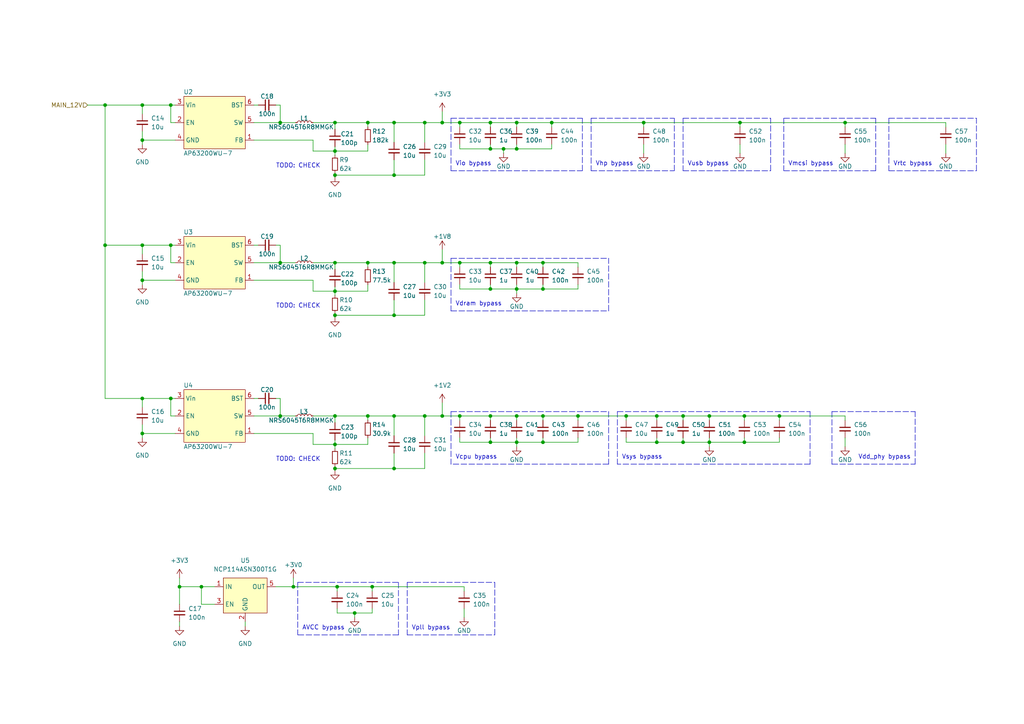
<source format=kicad_sch>
(kicad_sch (version 20211123) (generator eeschema)
  (paper "A4")
  (lib_symbols
    (symbol "Device:C_Small" (pin_numbers hide) (pin_names (offset 0.254) hide)
      (property "Reference" "C" (at 0.254 1.778 0))
      (property "Value" "C_Small" (at 0.254 -2.032 0))
      (symbol "C_Small_0_1"
        (polyline (pts (xy -1.524 -0.508) (xy 1.524 -0.508)) (stroke (width 0.3302)))
        (polyline (pts (xy -1.524 0.508) (xy 1.524 0.508)) (stroke (width 0.3048)))
      )
      (symbol "C_Small_1_1"
        (pin passive line (at 0 2.54 270) (length 2.032) (name "~") (number "1"))
        (pin passive line (at 0 -2.54 90) (length 2.032) (name "~") (number "2"))
      )
    )
    (symbol "Device:L_Small" (pin_numbers hide) (pin_names (offset 0.254) hide)
      (property "Reference" "L" (at 0.762 1.016 0))
      (property "Value" "L_Small" (at 0.762 -1.016 0))
      (symbol "L_Small_0_1"
        (arc (start 0 -2.032) (mid 0.508 -1.524) (end 0 -1.016))
        (arc (start 0 -1.016) (mid 0.508 -0.508) (end 0 0))
        (arc (start 0 0) (mid 0.508 0.508) (end 0 1.016))
        (arc (start 0 1.016) (mid 0.508 1.524) (end 0 2.032))
      )
      (symbol "L_Small_1_1"
        (pin passive line (at 0 2.54 270) (length 0.508) (name "~") (number "1"))
        (pin passive line (at 0 -2.54 90) (length 0.508) (name "~") (number "2"))
      )
    )
    (symbol "Device:R_Small" (pin_numbers hide) (pin_names (offset 0.254) hide)
      (property "Reference" "R" (at 0.762 0.508 0))
      (property "Value" "R_Small" (at 0.762 -1.016 0))
      (symbol "R_Small_0_1"
        (rectangle (start -0.762 1.778) (end 0.762 -1.778) (stroke (width 0.2032)))
      )
      (symbol "R_Small_1_1"
        (pin passive line (at 0 2.54 270) (length 0.762) (name "~") (number "1"))
        (pin passive line (at 0 -2.54 90) (length 0.762) (name "~") (number "2"))
      )
    )
    (symbol "power:+1V2" (power) (pin_names (offset 0))
      (property "Value" "+1V2" (at 0 3.556 0))
      (symbol "+1V2_0_1"
        (polyline (pts (xy -0.762 1.27) (xy 0 2.54)))
        (polyline (pts (xy 0 0) (xy 0 2.54)))
        (polyline (pts (xy 0 2.54) (xy 0.762 1.27)))
      )
      (symbol "+1V2_1_1"
        (pin power_in line (at 0 0 90) (length 0) hide (name "+1V2") (number "1"))
      )
    )
    (symbol "power:+1V8" (power) (pin_names (offset 0))
      (property "Value" "+1V8" (at 0 3.556 0))
      (symbol "+1V8_0_1"
        (polyline (pts (xy -0.762 1.27) (xy 0 2.54)))
        (polyline (pts (xy 0 0) (xy 0 2.54)))
        (polyline (pts (xy 0 2.54) (xy 0.762 1.27)))
      )
      (symbol "+1V8_1_1"
        (pin power_in line (at 0 0 90) (length 0) hide (name "+1V8") (number "1"))
      )
    )
    (symbol "power:+3V0" (power) (pin_names (offset 0))
      (property "Value" "+3V0" (at 0 3.556 0))
      (symbol "+3V0_0_1"
        (polyline (pts (xy -0.762 1.27) (xy 0 2.54)))
        (polyline (pts (xy 0 0) (xy 0 2.54)))
        (polyline (pts (xy 0 2.54) (xy 0.762 1.27)))
      )
      (symbol "+3V0_1_1"
        (pin power_in line (at 0 0 90) (length 0) hide (name "+3V0") (number "1"))
      )
    )
    (symbol "power:+3V3" (power) (pin_names (offset 0))
      (property "Value" "+3V3" (at 0 3.556 0))
      (symbol "+3V3_0_1"
        (polyline (pts (xy -0.762 1.27) (xy 0 2.54)))
        (polyline (pts (xy 0 0) (xy 0 2.54)))
        (polyline (pts (xy 0 2.54) (xy 0.762 1.27)))
      )
      (symbol "+3V3_1_1"
        (pin power_in line (at 0 0 90) (length 0) hide (name "+3V3") (number "1"))
      )
    )
    (symbol "power:GND" (power) (pin_names (offset 0))
      (property "Value" "GND" (at 0 -3.81 0))
      (symbol "GND_0_1"
        (polyline (pts (xy 0 0) (xy 0 -1.27) (xy 1.27 -1.27) (xy 0 -2.54) (xy -1.27 -1.27) (xy 0 -1.27)))
      )
      (symbol "GND_1_1"
        (pin power_in line (at 0 0 270) (length 0) hide (name "GND") (number "1"))
      )
    )
    (symbol "v3s:AP63200WU-7"
      (property "Reference" "U" (at 1.27 3.81 0))
      (property "Value" "AP63200WU-7" (at 7.62 -13.97 0))
      (symbol "AP63200WU-7_0_1"
        (rectangle (start 0 2.54) (end 17.78 -12.7) (fill (type background)))
      )
      (symbol "AP63200WU-7_1_1"
        (pin input line (at 20.32 -10.16 180) (length 2.54) (name "FB") (number "1"))
        (pin input line (at -2.54 -5.08 0) (length 2.54) (name "EN") (number "2"))
        (pin input line (at -2.54 0 0) (length 2.54) (name "Vin") (number "3"))
        (pin input line (at -2.54 -10.16 0) (length 2.54) (name "GND") (number "4"))
        (pin input line (at 20.32 -5.08 180) (length 2.54) (name "SW") (number "5"))
        (pin input line (at 20.32 0 180) (length 2.54) (name "BST") (number "6"))
      )
    )
    (symbol "v3s:NCP114ASN300T1G"
      (property "Reference" "U" (at 1.27 3.81 0))
      (property "Value" "NCP114ASN300T1G" (at 12.7 3.81 0))
      (symbol "NCP114ASN300T1G_0_1"
        (rectangle (start 0 2.54) (end 12.7 -7.62) (fill (type background)))
      )
      (symbol "NCP114ASN300T1G_1_1"
        (pin input line (at -2.54 0 0) (length 2.54) (name "IN") (number "1"))
        (pin input line (at 6.35 -10.16 90) (length 2.54) (name "GND") (number "2"))
        (pin input line (at -2.54 -5.08 0) (length 2.54) (name "EN") (number "3"))
        (pin input line (at 15.24 0 180) (length 2.54) (name "OUT") (number "5"))
      )
    )
  )
  (junction (at 123.19 35.56))
  (junction (at 114.3 91.44))
  (junction (at 97.155 135.89))
  (junction (at 102.87 177.8))
  (junction (at 52.07 170.18))
  (junction (at 205.74 128.27))
  (junction (at 146.05 43.18))
  (junction (at 128.27 35.56))
  (junction (at 190.5 128.27))
  (junction (at 123.19 76.2))
  (junction (at 142.24 120.65))
  (junction (at 58.42 170.18))
  (junction (at 97.155 84.455))
  (junction (at 106.68 120.65))
  (junction (at 149.86 76.2))
  (junction (at 81.28 35.56))
  (junction (at 149.86 120.65))
  (junction (at 114.3 76.2))
  (junction (at 30.48 30.48))
  (junction (at 133.35 120.65))
  (junction (at 123.19 120.65))
  (junction (at 41.275 115.57))
  (junction (at 215.9 120.65))
  (junction (at 149.86 43.18))
  (junction (at 114.3 120.65))
  (junction (at 41.275 71.12))
  (junction (at 226.06 120.65))
  (junction (at 49.53 71.12))
  (junction (at 41.275 40.64))
  (junction (at 41.275 81.28))
  (junction (at 149.86 35.56))
  (junction (at 142.24 128.27))
  (junction (at 245.11 35.56))
  (junction (at 106.68 76.2))
  (junction (at 97.155 120.65))
  (junction (at 81.28 76.2))
  (junction (at 97.79 170.18))
  (junction (at 114.3 35.56))
  (junction (at 190.5 120.65))
  (junction (at 107.95 170.18))
  (junction (at 41.275 125.73))
  (junction (at 81.28 120.65))
  (junction (at 205.74 120.65))
  (junction (at 41.275 30.48))
  (junction (at 49.53 115.57))
  (junction (at 149.86 128.27))
  (junction (at 128.27 76.2))
  (junction (at 198.12 128.27))
  (junction (at 97.155 43.815))
  (junction (at 30.48 71.12))
  (junction (at 133.35 76.2))
  (junction (at 181.61 120.65))
  (junction (at 128.27 120.65))
  (junction (at 186.69 35.56))
  (junction (at 114.3 50.8))
  (junction (at 142.24 83.82))
  (junction (at 142.24 43.18))
  (junction (at 142.24 76.2))
  (junction (at 97.155 91.44))
  (junction (at 97.155 76.2))
  (junction (at 167.64 120.65))
  (junction (at 114.3 135.89))
  (junction (at 85.09 170.18))
  (junction (at 160.02 35.56))
  (junction (at 97.155 128.905))
  (junction (at 106.68 35.56))
  (junction (at 157.48 120.65))
  (junction (at 97.155 50.8))
  (junction (at 142.24 35.56))
  (junction (at 198.12 120.65))
  (junction (at 133.35 35.56))
  (junction (at 49.53 30.48))
  (junction (at 157.48 83.82))
  (junction (at 157.48 128.27))
  (junction (at 215.9 128.27))
  (junction (at 97.155 35.56))
  (junction (at 214.63 35.56))
  (junction (at 157.48 76.2))
  (junction (at 149.86 83.82))
  (wire (pts (xy 41.275 30.48) (xy 49.53 30.48)))
  (wire (pts (xy 90.805 35.56) (xy 97.155 35.56)))
  (polyline (pts (xy 198.12 34.29) (xy 198.12 49.53)))
  (wire (pts (xy 49.53 115.57) (xy 49.53 120.65)))
  (wire (pts (xy 81.28 115.57) (xy 81.28 120.65)))
  (wire (pts (xy 90.805 43.815) (xy 97.155 43.815)))
  (wire (pts (xy 50.8 35.56) (xy 49.53 35.56)))
  (polyline (pts (xy 254 49.53) (xy 254 34.29)))
  (wire (pts (xy 73.66 81.28) (xy 90.805 81.28)))
  (wire (pts (xy 128.27 32.385) (xy 128.27 35.56)))
  (wire (pts (xy 123.19 50.8) (xy 123.19 46.355)))
  (wire (pts (xy 167.64 120.65) (xy 181.61 120.65)))
  (wire (pts (xy 142.24 35.56) (xy 142.24 36.83)))
  (polyline (pts (xy 227.33 49.53) (xy 254 49.53)))
  (polyline (pts (xy 241.3 119.38) (xy 265.43 119.38)))
  (wire (pts (xy 133.35 76.2) (xy 133.35 77.47)))
  (wire (pts (xy 149.86 83.82) (xy 157.48 83.82)))
  (wire (pts (xy 52.07 170.18) (xy 58.42 170.18)))
  (wire (pts (xy 73.66 115.57) (xy 74.93 115.57)))
  (wire (pts (xy 149.86 35.56) (xy 160.02 35.56)))
  (polyline (pts (xy 176.53 119.38) (xy 176.53 134.62)))
  (wire (pts (xy 133.35 35.56) (xy 142.24 35.56)))
  (wire (pts (xy 114.3 76.2) (xy 123.19 76.2)))
  (wire (pts (xy 90.805 84.455) (xy 97.155 84.455)))
  (wire (pts (xy 41.275 30.48) (xy 41.275 33.02)))
  (wire (pts (xy 149.86 76.2) (xy 149.86 77.47)))
  (wire (pts (xy 134.62 170.18) (xy 134.62 171.45)))
  (polyline (pts (xy 241.3 134.62) (xy 265.43 134.62)))
  (wire (pts (xy 97.79 177.8) (xy 102.87 177.8)))
  (wire (pts (xy 41.275 71.12) (xy 49.53 71.12)))
  (polyline (pts (xy 234.95 134.62) (xy 179.07 134.62)))
  (wire (pts (xy 157.48 120.65) (xy 157.48 121.92)))
  (wire (pts (xy 245.11 41.91) (xy 245.11 44.45)))
  (wire (pts (xy 41.275 78.74) (xy 41.275 81.28)))
  (wire (pts (xy 114.3 76.2) (xy 114.3 81.915)))
  (wire (pts (xy 50.8 120.65) (xy 49.53 120.65)))
  (wire (pts (xy 149.86 128.27) (xy 157.48 128.27)))
  (wire (pts (xy 205.74 127) (xy 205.74 128.27)))
  (wire (pts (xy 198.12 127) (xy 198.12 128.27)))
  (wire (pts (xy 142.24 127) (xy 142.24 128.27)))
  (wire (pts (xy 245.11 120.65) (xy 245.11 121.92)))
  (wire (pts (xy 30.48 115.57) (xy 41.275 115.57)))
  (wire (pts (xy 123.19 35.56) (xy 123.19 41.275)))
  (polyline (pts (xy 130.81 119.38) (xy 130.81 134.62)))
  (wire (pts (xy 97.155 128.905) (xy 97.155 130.175)))
  (wire (pts (xy 52.07 180.34) (xy 52.07 181.61)))
  (wire (pts (xy 25.4 30.48) (xy 30.48 30.48)))
  (wire (pts (xy 41.275 115.57) (xy 49.53 115.57)))
  (wire (pts (xy 142.24 76.2) (xy 149.86 76.2)))
  (wire (pts (xy 190.5 120.65) (xy 190.5 121.92)))
  (wire (pts (xy 142.24 120.65) (xy 149.86 120.65)))
  (wire (pts (xy 198.12 120.65) (xy 205.74 120.65)))
  (wire (pts (xy 167.64 128.27) (xy 167.64 127)))
  (wire (pts (xy 30.48 30.48) (xy 30.48 71.12)))
  (polyline (pts (xy 86.36 168.91) (xy 115.57 168.91)))
  (polyline (pts (xy 115.57 184.15) (xy 86.36 184.15)))
  (wire (pts (xy 73.66 35.56) (xy 81.28 35.56)))
  (wire (pts (xy 149.86 127) (xy 149.86 128.27)))
  (wire (pts (xy 167.64 120.65) (xy 167.64 121.92)))
  (polyline (pts (xy 171.45 34.29) (xy 171.45 49.53)))
  (wire (pts (xy 142.24 82.55) (xy 142.24 83.82)))
  (wire (pts (xy 133.35 128.27) (xy 142.24 128.27)))
  (wire (pts (xy 49.53 71.12) (xy 49.53 76.2)))
  (wire (pts (xy 52.07 167.64) (xy 52.07 170.18)))
  (polyline (pts (xy 118.11 168.91) (xy 143.51 168.91)))
  (wire (pts (xy 133.35 83.82) (xy 142.24 83.82)))
  (wire (pts (xy 205.74 120.65) (xy 205.74 121.92)))
  (wire (pts (xy 62.23 175.26) (xy 58.42 175.26)))
  (wire (pts (xy 97.155 120.65) (xy 97.155 122.555)))
  (wire (pts (xy 157.48 82.55) (xy 157.48 83.82)))
  (wire (pts (xy 133.35 82.55) (xy 133.35 83.82)))
  (polyline (pts (xy 179.07 119.38) (xy 234.95 119.38)))
  (wire (pts (xy 73.66 30.48) (xy 74.93 30.48)))
  (polyline (pts (xy 86.36 168.91) (xy 86.36 184.15)))
  (wire (pts (xy 114.3 135.89) (xy 114.3 131.445)))
  (wire (pts (xy 157.48 83.82) (xy 167.64 83.82)))
  (polyline (pts (xy 130.81 74.93) (xy 176.53 74.93)))
  (wire (pts (xy 97.155 76.2) (xy 106.68 76.2)))
  (wire (pts (xy 215.9 127) (xy 215.9 128.27)))
  (wire (pts (xy 97.155 83.185) (xy 97.155 84.455)))
  (wire (pts (xy 97.155 127.635) (xy 97.155 128.905)))
  (wire (pts (xy 90.805 81.28) (xy 90.805 84.455)))
  (wire (pts (xy 226.06 120.65) (xy 226.06 121.92)))
  (wire (pts (xy 97.155 43.815) (xy 106.68 43.815)))
  (wire (pts (xy 80.01 170.18) (xy 85.09 170.18)))
  (wire (pts (xy 81.28 76.2) (xy 85.725 76.2)))
  (wire (pts (xy 128.27 72.39) (xy 128.27 76.2)))
  (wire (pts (xy 41.275 81.28) (xy 50.8 81.28)))
  (wire (pts (xy 80.01 115.57) (xy 81.28 115.57)))
  (wire (pts (xy 97.155 84.455) (xy 97.155 85.725)))
  (wire (pts (xy 97.155 43.815) (xy 97.155 45.085)))
  (wire (pts (xy 214.63 35.56) (xy 245.11 35.56)))
  (wire (pts (xy 123.19 76.2) (xy 128.27 76.2)))
  (wire (pts (xy 128.27 35.56) (xy 133.35 35.56)))
  (wire (pts (xy 123.19 91.44) (xy 123.19 86.995)))
  (wire (pts (xy 41.275 125.73) (xy 50.8 125.73)))
  (wire (pts (xy 245.11 35.56) (xy 274.32 35.56)))
  (wire (pts (xy 106.68 84.455) (xy 106.68 82.55)))
  (wire (pts (xy 106.68 128.905) (xy 106.68 127)))
  (wire (pts (xy 41.275 38.1) (xy 41.275 40.64)))
  (wire (pts (xy 58.42 170.18) (xy 58.42 175.26)))
  (wire (pts (xy 123.19 135.89) (xy 123.19 131.445)))
  (wire (pts (xy 106.68 76.2) (xy 114.3 76.2)))
  (wire (pts (xy 167.64 76.2) (xy 167.64 77.47)))
  (wire (pts (xy 97.79 176.53) (xy 97.79 177.8)))
  (wire (pts (xy 90.805 76.2) (xy 97.155 76.2)))
  (wire (pts (xy 245.11 127) (xy 245.11 129.54)))
  (wire (pts (xy 106.68 120.65) (xy 106.68 121.92)))
  (wire (pts (xy 214.63 35.56) (xy 214.63 36.83)))
  (wire (pts (xy 80.01 71.12) (xy 81.28 71.12)))
  (wire (pts (xy 102.87 177.8) (xy 107.95 177.8)))
  (wire (pts (xy 41.275 40.64) (xy 50.8 40.64)))
  (polyline (pts (xy 257.81 49.53) (xy 283.21 49.53)))
  (wire (pts (xy 157.48 127) (xy 157.48 128.27)))
  (wire (pts (xy 114.3 50.8) (xy 123.19 50.8)))
  (wire (pts (xy 123.19 120.65) (xy 128.27 120.65)))
  (wire (pts (xy 41.275 125.73) (xy 41.275 127)))
  (polyline (pts (xy 195.58 49.53) (xy 195.58 34.29)))
  (wire (pts (xy 73.66 125.73) (xy 90.805 125.73)))
  (wire (pts (xy 274.32 41.91) (xy 274.32 44.45)))
  (wire (pts (xy 97.155 135.89) (xy 97.155 136.525)))
  (wire (pts (xy 134.62 176.53) (xy 134.62 179.07)))
  (wire (pts (xy 81.28 120.65) (xy 85.725 120.65)))
  (wire (pts (xy 71.12 180.34) (xy 71.12 181.61)))
  (wire (pts (xy 114.3 35.56) (xy 114.3 41.275)))
  (wire (pts (xy 186.69 35.56) (xy 214.63 35.56)))
  (wire (pts (xy 205.74 120.65) (xy 215.9 120.65)))
  (wire (pts (xy 149.86 120.65) (xy 149.86 121.92)))
  (wire (pts (xy 198.12 120.65) (xy 198.12 121.92)))
  (wire (pts (xy 128.27 76.2) (xy 133.35 76.2)))
  (wire (pts (xy 97.155 120.65) (xy 106.68 120.65)))
  (wire (pts (xy 49.53 30.48) (xy 50.8 30.48)))
  (wire (pts (xy 106.68 35.56) (xy 106.68 36.83)))
  (wire (pts (xy 114.3 35.56) (xy 123.19 35.56)))
  (wire (pts (xy 97.155 35.56) (xy 106.68 35.56)))
  (wire (pts (xy 41.275 81.28) (xy 41.275 82.55)))
  (wire (pts (xy 123.19 120.65) (xy 123.19 126.365)))
  (polyline (pts (xy 283.21 49.53) (xy 283.21 34.29)))
  (wire (pts (xy 215.9 120.65) (xy 226.06 120.65)))
  (polyline (pts (xy 241.3 119.38) (xy 241.3 134.62)))
  (wire (pts (xy 133.35 35.56) (xy 133.35 36.83)))
  (wire (pts (xy 107.95 177.8) (xy 107.95 176.53)))
  (polyline (pts (xy 130.81 34.29) (xy 130.81 49.53)))
  (polyline (pts (xy 257.81 34.29) (xy 283.21 34.29)))
  (wire (pts (xy 81.28 35.56) (xy 85.725 35.56)))
  (polyline (pts (xy 171.45 49.53) (xy 195.58 49.53)))
  (wire (pts (xy 114.3 120.65) (xy 123.19 120.65)))
  (wire (pts (xy 85.09 167.64) (xy 85.09 170.18)))
  (wire (pts (xy 90.805 125.73) (xy 90.805 128.905)))
  (wire (pts (xy 167.64 82.55) (xy 167.64 83.82)))
  (wire (pts (xy 97.155 76.2) (xy 97.155 78.105)))
  (polyline (pts (xy 130.81 49.53) (xy 168.91 49.53)))
  (wire (pts (xy 81.28 30.48) (xy 81.28 35.56)))
  (wire (pts (xy 160.02 43.18) (xy 160.02 41.91)))
  (wire (pts (xy 133.35 76.2) (xy 142.24 76.2)))
  (wire (pts (xy 142.24 128.27) (xy 149.86 128.27)))
  (wire (pts (xy 190.5 127) (xy 190.5 128.27)))
  (wire (pts (xy 142.24 35.56) (xy 149.86 35.56)))
  (wire (pts (xy 142.24 83.82) (xy 149.86 83.82)))
  (wire (pts (xy 160.02 35.56) (xy 160.02 36.83)))
  (wire (pts (xy 157.48 76.2) (xy 157.48 77.47)))
  (wire (pts (xy 133.35 127) (xy 133.35 128.27)))
  (wire (pts (xy 49.53 115.57) (xy 50.8 115.57)))
  (wire (pts (xy 73.66 120.65) (xy 81.28 120.65)))
  (wire (pts (xy 97.155 90.805) (xy 97.155 91.44)))
  (polyline (pts (xy 130.81 74.93) (xy 130.81 90.17)))
  (polyline (pts (xy 257.81 34.29) (xy 257.81 49.53)))
  (wire (pts (xy 107.95 170.18) (xy 134.62 170.18)))
  (wire (pts (xy 41.275 123.19) (xy 41.275 125.73)))
  (wire (pts (xy 97.155 135.89) (xy 114.3 135.89)))
  (polyline (pts (xy 143.51 184.15) (xy 143.51 168.91)))
  (polyline (pts (xy 118.11 184.15) (xy 143.51 184.15)))
  (wire (pts (xy 97.155 50.8) (xy 114.3 50.8)))
  (wire (pts (xy 186.69 41.91) (xy 186.69 44.45)))
  (wire (pts (xy 205.74 128.27) (xy 215.9 128.27)))
  (wire (pts (xy 142.24 43.18) (xy 146.05 43.18)))
  (wire (pts (xy 41.275 71.12) (xy 41.275 73.66)))
  (wire (pts (xy 97.155 128.905) (xy 106.68 128.905)))
  (wire (pts (xy 274.32 36.83) (xy 274.32 35.56)))
  (polyline (pts (xy 171.45 34.29) (xy 195.58 34.29)))
  (wire (pts (xy 149.86 41.91) (xy 149.86 43.18)))
  (wire (pts (xy 97.79 170.18) (xy 97.79 171.45)))
  (polyline (pts (xy 176.53 134.62) (xy 130.81 134.62)))
  (wire (pts (xy 41.275 115.57) (xy 41.275 118.11)))
  (wire (pts (xy 102.87 177.8) (xy 102.87 179.07)))
  (wire (pts (xy 205.74 128.27) (xy 205.74 129.54)))
  (polyline (pts (xy 130.81 119.38) (xy 176.53 119.38)))
  (wire (pts (xy 123.19 35.56) (xy 128.27 35.56)))
  (polyline (pts (xy 179.07 119.38) (xy 179.07 134.62)))
  (wire (pts (xy 149.86 128.27) (xy 149.86 129.54)))
  (wire (pts (xy 90.805 40.64) (xy 90.805 43.815)))
  (wire (pts (xy 30.48 71.12) (xy 30.48 115.57)))
  (polyline (pts (xy 198.12 49.53) (xy 223.52 49.53)))
  (wire (pts (xy 90.805 128.905) (xy 97.155 128.905)))
  (wire (pts (xy 149.86 120.65) (xy 157.48 120.65)))
  (wire (pts (xy 157.48 76.2) (xy 167.64 76.2)))
  (wire (pts (xy 30.48 71.12) (xy 41.275 71.12)))
  (wire (pts (xy 50.8 76.2) (xy 49.53 76.2)))
  (wire (pts (xy 97.155 50.8) (xy 97.155 51.435)))
  (wire (pts (xy 106.68 35.56) (xy 114.3 35.56)))
  (wire (pts (xy 181.61 120.65) (xy 190.5 120.65)))
  (wire (pts (xy 49.53 30.48) (xy 49.53 35.56)))
  (wire (pts (xy 97.155 50.165) (xy 97.155 50.8)))
  (wire (pts (xy 114.3 120.65) (xy 114.3 126.365)))
  (wire (pts (xy 146.05 43.18) (xy 149.86 43.18)))
  (wire (pts (xy 97.155 42.545) (xy 97.155 43.815)))
  (wire (pts (xy 123.19 76.2) (xy 123.19 81.915)))
  (wire (pts (xy 181.61 120.65) (xy 181.61 121.92)))
  (polyline (pts (xy 130.81 90.17) (xy 176.53 90.17)))
  (polyline (pts (xy 168.91 49.53) (xy 168.91 34.29)))
  (wire (pts (xy 73.66 71.12) (xy 74.93 71.12)))
  (wire (pts (xy 157.48 120.65) (xy 167.64 120.65)))
  (wire (pts (xy 149.86 82.55) (xy 149.86 83.82)))
  (wire (pts (xy 128.27 120.65) (xy 133.35 120.65)))
  (wire (pts (xy 149.86 43.18) (xy 160.02 43.18)))
  (wire (pts (xy 52.07 175.26) (xy 52.07 170.18)))
  (wire (pts (xy 215.9 128.27) (xy 226.06 128.27)))
  (wire (pts (xy 245.11 35.56) (xy 245.11 36.83)))
  (wire (pts (xy 81.28 71.12) (xy 81.28 76.2)))
  (wire (pts (xy 107.95 170.18) (xy 107.95 171.45)))
  (polyline (pts (xy 265.43 134.62) (xy 265.43 119.38)))
  (wire (pts (xy 114.3 91.44) (xy 123.19 91.44)))
  (wire (pts (xy 149.86 35.56) (xy 149.86 36.83)))
  (wire (pts (xy 226.06 128.27) (xy 226.06 127)))
  (wire (pts (xy 128.27 116.84) (xy 128.27 120.65)))
  (polyline (pts (xy 176.53 90.17) (xy 176.53 74.93)))
  (wire (pts (xy 149.86 76.2) (xy 157.48 76.2)))
  (wire (pts (xy 215.9 120.65) (xy 215.9 121.92)))
  (polyline (pts (xy 227.33 34.29) (xy 254 34.29)))
  (wire (pts (xy 97.155 91.44) (xy 97.155 92.075)))
  (wire (pts (xy 97.155 35.56) (xy 97.155 37.465)))
  (wire (pts (xy 214.63 41.91) (xy 214.63 44.45)))
  (wire (pts (xy 114.3 91.44) (xy 114.3 86.995)))
  (wire (pts (xy 133.35 43.18) (xy 142.24 43.18)))
  (wire (pts (xy 58.42 170.18) (xy 62.23 170.18)))
  (wire (pts (xy 149.86 83.82) (xy 149.86 85.09)))
  (wire (pts (xy 142.24 120.65) (xy 142.24 121.92)))
  (wire (pts (xy 97.155 91.44) (xy 114.3 91.44)))
  (wire (pts (xy 157.48 128.27) (xy 167.64 128.27)))
  (wire (pts (xy 73.66 76.2) (xy 81.28 76.2)))
  (wire (pts (xy 73.66 40.64) (xy 90.805 40.64)))
  (wire (pts (xy 114.3 50.8) (xy 114.3 46.355)))
  (wire (pts (xy 80.01 30.48) (xy 81.28 30.48)))
  (polyline (pts (xy 198.12 34.29) (xy 223.52 34.29)))
  (wire (pts (xy 106.68 120.65) (xy 114.3 120.65)))
  (wire (pts (xy 106.68 43.815) (xy 106.68 41.91)))
  (wire (pts (xy 97.155 84.455) (xy 106.68 84.455)))
  (wire (pts (xy 186.69 35.56) (xy 186.69 36.83)))
  (wire (pts (xy 181.61 128.27) (xy 190.5 128.27)))
  (wire (pts (xy 181.61 127) (xy 181.61 128.27)))
  (polyline (pts (xy 118.11 168.91) (xy 118.11 184.15)))
  (wire (pts (xy 97.155 135.255) (xy 97.155 135.89)))
  (wire (pts (xy 190.5 128.27) (xy 198.12 128.27)))
  (polyline (pts (xy 227.33 34.29) (xy 227.33 49.53)))
  (wire (pts (xy 133.35 41.91) (xy 133.35 43.18)))
  (polyline (pts (xy 234.95 119.38) (xy 234.95 134.62)))
  (wire (pts (xy 142.24 76.2) (xy 142.24 77.47)))
  (polyline (pts (xy 130.81 34.29) (xy 168.91 34.29)))
  (wire (pts (xy 85.09 170.18) (xy 97.79 170.18)))
  (wire (pts (xy 198.12 128.27) (xy 205.74 128.27)))
  (wire (pts (xy 97.79 170.18) (xy 107.95 170.18)))
  (wire (pts (xy 146.05 43.18) (xy 146.05 44.45)))
  (wire (pts (xy 90.805 120.65) (xy 97.155 120.65)))
  (wire (pts (xy 226.06 120.65) (xy 245.11 120.65)))
  (wire (pts (xy 41.275 40.64) (xy 41.275 41.91)))
  (wire (pts (xy 133.35 120.65) (xy 142.24 120.65)))
  (wire (pts (xy 133.35 120.65) (xy 133.35 121.92)))
  (wire (pts (xy 142.24 41.91) (xy 142.24 43.18)))
  (wire (pts (xy 30.48 30.48) (xy 41.275 30.48)))
  (wire (pts (xy 114.3 135.89) (xy 123.19 135.89)))
  (wire (pts (xy 106.68 76.2) (xy 106.68 77.47)))
  (wire (pts (xy 160.02 35.56) (xy 186.69 35.56)))
  (polyline (pts (xy 115.57 168.91) (xy 115.57 184.15)))
  (wire (pts (xy 190.5 120.65) (xy 198.12 120.65)))
  (wire (pts (xy 49.53 71.12) (xy 50.8 71.12)))
  (polyline (pts (xy 223.52 49.53) (xy 223.52 34.29)))
  (text "Vpll bypass" (at 119.38 182.88 0) (effects (font (size 1.27 1.27)) (justify left bottom)))
  (text "TODO: CHECK" (at 80.01 48.895 0) (effects (font (size 1.27 1.27)) (justify left bottom)))
  (text "Vmcsi bypass" (at 228.6 48.26 0) (effects (font (size 1.27 1.27)) (justify left bottom)))
  (text "Vdd_phy bypass" (at 248.92 133.35 0) (effects (font (size 1.27 1.27)) (justify left bottom)))
  (text "Vhp bypass" (at 172.72 48.26 0) (effects (font (size 1.27 1.27)) (justify left bottom)))
  (text "Vrtc bypass" (at 259.08 48.26 0) (effects (font (size 1.27 1.27)) (justify left bottom)))
  (text "Vdram bypass" (at 132.08 88.9 0) (effects (font (size 1.27 1.27)) (justify left bottom)))
  (text "AVCC bypass" (at 87.63 182.88 0) (effects (font (size 1.27 1.27)) (justify left bottom)))
  (text "TODO: CHECK" (at 80.01 89.535 0) (effects (font (size 1.27 1.27)) (justify left bottom)))
  (text "Vsys bypass" (at 180.34 133.35 0) (effects (font (size 1.27 1.27)) (justify left bottom)))
  (text "Vio bypass" (at 132.08 48.26 0) (effects (font (size 1.27 1.27)) (justify left bottom)))
  (text "TODO: CHECK" (at 80.01 133.985 0) (effects (font (size 1.27 1.27)) (justify left bottom)))
  (text "Vcpu bypass" (at 132.08 133.35 0) (effects (font (size 1.27 1.27)) (justify left bottom)))
  (text "Vusb bypass" (at 199.39 48.26 0) (effects (font (size 1.27 1.27)) (justify left bottom)))
  (hierarchical_label "MAIN_12V" (shape input) (at 25.4 30.48 180))
  (symbol (lib_id "Device:C_Small") (at 123.19 43.815 0) (unit 1)
    (property "Reference" "C29" (at 125.73 42.5512 0) (effects (justify left)))
    (property "Value" "10u" (at 125.73 45.0912 0) (effects (justify left)))
    (property "Footprint" "Capacitor_SMD:C_0603_1608Metric" (effects hide))
  )
  (symbol (lib_id "Device:C_Small") (at 133.35 39.37 0) (unit 1)
    (property "Reference" "C32" (at 135.89 38.1062 0) (effects (justify left)))
    (property "Value" "10u" (at 135.89 40.6462 0) (effects (justify left)))
    (property "Footprint" "Capacitor_SMD:C_0603_1608Metric" (effects hide))
  )
  (symbol (lib_id "Device:C_Small") (at 77.47 71.12 90) (unit 1)
    (property "Reference" "C19" (at 77.47 68.58 90))
    (property "Value" "100n" (at 77.47 73.66 90))
    (property "Footprint" "Capacitor_SMD:C_0603_1608Metric" (effects hide))
  )
  (symbol (lib_id "v3s:AP63200WU-7") (at 53.34 115.57 0) (unit 1)
    (property "Reference" "U4" (at 54.61 111.76 0))
    (property "Value" "AP63200WU-7" (at 60.325 129.54 0))
    (property "Footprint" "v3s:TSOT26" (effects hide))
  )
  (symbol (lib_id "Device:C_Small") (at 107.95 173.99 0) (unit 1)
    (property "Reference" "C25" (at 110.49 172.7262 0) (effects (justify left)))
    (property "Value" "10u" (at 110.49 175.2662 0) (effects (justify left)))
    (property "Footprint" "Capacitor_SMD:C_0603_1608Metric" (effects hide))
  )
  (symbol (lib_id "Device:C_Small") (at 167.64 124.46 0) (unit 1)
    (property "Reference" "C46" (at 170.18 123.1962 0) (effects (justify left)))
    (property "Value" "100n" (at 170.18 125.7362 0) (effects (justify left)))
    (property "Footprint" "Capacitor_SMD:C_0603_1608Metric" (effects hide))
  )
  (symbol (lib_id "power:GND") (at 97.155 92.075 0) (unit 1)
    (property "Reference" "#PWR0142" (effects hide))
    (property "Value" "GND" (at 97.155 97.155 0))
  )
  (symbol (lib_id "Device:C_Small") (at 167.64 80.01 0) (unit 1)
    (property "Reference" "C45" (at 170.18 78.7462 0) (effects (justify left)))
    (property "Value" "100n" (at 170.18 81.2862 0) (effects (justify left)))
    (property "Footprint" "Capacitor_SMD:C_0603_1608Metric" (effects hide))
  )
  (symbol (lib_id "power:GND") (at 102.87 179.07 0) (unit 1)
    (property "Reference" "#PWR0138" (effects hide))
    (property "Value" "GND" (at 102.87 182.88 0))
  )
  (symbol (lib_id "power:GND") (at 146.05 44.45 0) (unit 1)
    (property "Reference" "#PWR0155" (effects hide))
    (property "Value" "GND" (at 146.05 48.26 0))
  )
  (symbol (lib_id "power:+3V3") (at 128.27 32.385 0) (unit 1)
    (property "Reference" "#PWR0141" (effects hide))
    (property "Value" "+3V3" (at 128.27 27.305 0))
  )
  (symbol (lib_id "Device:C_Small") (at 205.74 124.46 0) (unit 1)
    (property "Reference" "C51" (at 208.28 123.1962 0) (effects (justify left)))
    (property "Value" "100n" (at 208.28 125.7362 0) (effects (justify left)))
    (property "Footprint" "Capacitor_SMD:C_0603_1608Metric" (effects hide))
  )
  (symbol (lib_id "power:GND") (at 41.275 41.91 0) (unit 1)
    (property "Reference" "#PWR0137" (effects hide))
    (property "Value" "GND" (at 41.275 46.99 0))
  )
  (symbol (lib_id "Device:L_Small") (at 88.265 120.65 90) (unit 1)
    (property "Reference" "L3" (at 88.138 119.38 90))
    (property "Value" "NRS6045T6R8MMGK" (at 87.376 121.92 90))
    (property "Footprint" "v3s:NRS6045T6R8" (effects hide))
    (property "Datasheet" "https://ro.mouser.com/datasheet/2/396/wound04_e-1290968.pdf" (effects hide))
  )
  (symbol (lib_id "Device:R_Small") (at 97.155 132.715 0) (unit 1)
    (property "Reference" "R11" (at 98.425 131.445 0) (effects (justify left)))
    (property "Value" "62k" (at 98.425 133.985 0) (effects (justify left)))
    (property "Footprint" "Resistor_SMD:R_0603_1608Metric" (effects hide))
  )
  (symbol (lib_id "Device:C_Small") (at 133.35 124.46 0) (unit 1)
    (property "Reference" "C34" (at 135.89 123.1962 0) (effects (justify left)))
    (property "Value" "10u" (at 135.89 125.7362 0) (effects (justify left)))
    (property "Footprint" "Capacitor_SMD:C_0603_1608Metric" (effects hide))
  )
  (symbol (lib_id "v3s:AP63200WU-7") (at 53.34 71.12 0) (unit 1)
    (property "Reference" "U3" (at 54.61 67.31 0))
    (property "Value" "AP63200WU-7" (at 60.325 85.09 0))
    (property "Footprint" "v3s:TSOT26" (effects hide))
  )
  (symbol (lib_id "power:GND") (at 149.86 129.54 0) (unit 1)
    (property "Reference" "#PWR0148" (effects hide))
    (property "Value" "GND" (at 149.86 133.35 0))
  )
  (symbol (lib_id "power:GND") (at 71.12 181.61 0) (unit 1)
    (property "Reference" "#PWR0135" (effects hide))
    (property "Value" "GND" (at 71.12 186.69 0))
  )
  (symbol (lib_id "Device:L_Small") (at 88.265 76.2 90) (unit 1)
    (property "Reference" "L2" (at 88.265 74.93 90))
    (property "Value" "NRS6045T6R8MMGK" (at 87.376 77.47 90))
    (property "Footprint" "v3s:NRS6045T6R8" (effects hide))
    (property "Datasheet" "https://ro.mouser.com/datasheet/2/396/wound04_e-1290968.pdf" (effects hide))
  )
  (symbol (lib_id "Device:C_Small") (at 142.24 124.46 0) (unit 1)
    (property "Reference" "C38" (at 144.78 123.1962 0) (effects (justify left)))
    (property "Value" "1u" (at 144.78 125.7362 0) (effects (justify left)))
    (property "Footprint" "Capacitor_SMD:C_0603_1608Metric" (effects hide))
  )
  (symbol (lib_id "Device:C_Small") (at 52.07 177.8 0) (unit 1)
    (property "Reference" "C17" (at 54.61 176.5362 0) (effects (justify left)))
    (property "Value" "100n" (at 54.61 179.0762 0) (effects (justify left)))
    (property "Footprint" "Capacitor_SMD:C_0603_1608Metric" (effects hide))
  )
  (symbol (lib_id "Device:R_Small") (at 106.68 124.46 0) (unit 1)
    (property "Reference" "R14" (at 107.95 123.19 0) (effects (justify left)))
    (property "Value" "30.9k" (at 107.95 125.73 0) (effects (justify left)))
    (property "Footprint" "Resistor_SMD:R_0603_1608Metric" (effects hide))
  )
  (symbol (lib_id "Device:C_Small") (at 134.62 173.99 0) (unit 1)
    (property "Reference" "C35" (at 137.16 172.7262 0) (effects (justify left)))
    (property "Value" "100n" (at 137.16 175.2662 0) (effects (justify left)))
    (property "Footprint" "Capacitor_SMD:C_0603_1608Metric" (effects hide))
  )
  (symbol (lib_id "Device:L_Small") (at 88.265 35.56 90) (unit 1)
    (property "Reference" "L1" (at 88.265 34.29 90))
    (property "Value" "NRS6045T6R8MMGK" (at 87.376 36.83 90))
    (property "Footprint" "v3s:NRS6045T6R8" (effects hide))
    (property "Datasheet" "https://ro.mouser.com/datasheet/2/396/wound04_e-1290968.pdf" (effects hide))
  )
  (symbol (lib_id "Device:C_Small") (at 157.48 80.01 0) (unit 1)
    (property "Reference" "C42" (at 160.02 78.7462 0) (effects (justify left)))
    (property "Value" "100n" (at 160.02 81.2862 0) (effects (justify left)))
    (property "Footprint" "Capacitor_SMD:C_0603_1608Metric" (effects hide))
  )
  (symbol (lib_id "power:GND") (at 205.74 129.54 0) (unit 1)
    (property "Reference" "#PWR0150" (effects hide))
    (property "Value" "GND" (at 205.74 133.35 0))
  )
  (symbol (lib_id "Device:C_Small") (at 142.24 80.01 0) (unit 1)
    (property "Reference" "C37" (at 144.78 78.7462 0) (effects (justify left)))
    (property "Value" "1u" (at 144.78 81.2862 0) (effects (justify left)))
    (property "Footprint" "Capacitor_SMD:C_0603_1608Metric" (effects hide))
  )
  (symbol (lib_id "power:+3V0") (at 85.09 167.64 0) (unit 1)
    (property "Reference" "#PWR0136" (effects hide))
    (property "Value" "+3V0" (at 85.09 163.83 0))
  )
  (symbol (lib_id "v3s:AP63200WU-7") (at 53.34 30.48 0) (unit 1)
    (property "Reference" "U2" (at 54.61 26.67 0))
    (property "Value" "AP63200WU-7" (at 60.325 44.45 0))
    (property "Footprint" "v3s:TSOT26" (effects hide))
  )
  (symbol (lib_id "power:GND") (at 245.11 44.45 0) (unit 1)
    (property "Reference" "#PWR0152" (effects hide))
    (property "Value" "GND" (at 245.11 48.26 0))
  )
  (symbol (lib_id "Device:C_Small") (at 215.9 124.46 0) (unit 1)
    (property "Reference" "C53" (at 218.44 123.1962 0) (effects (justify left)))
    (property "Value" "100n" (at 218.44 125.7362 0) (effects (justify left)))
    (property "Footprint" "Capacitor_SMD:C_0603_1608Metric" (effects hide))
  )
  (symbol (lib_id "Device:C_Small") (at 186.69 39.37 0) (unit 1)
    (property "Reference" "C48" (at 189.23 38.1062 0) (effects (justify left)))
    (property "Value" "100n" (at 189.23 40.6462 0) (effects (justify left)))
    (property "Footprint" "Capacitor_SMD:C_0603_1608Metric" (effects hide))
  )
  (symbol (lib_id "Device:C_Small") (at 123.19 84.455 0) (unit 1)
    (property "Reference" "C30" (at 125.73 83.1912 0) (effects (justify left)))
    (property "Value" "10u" (at 125.73 85.7312 0) (effects (justify left)))
    (property "Footprint" "Capacitor_SMD:C_0603_1608Metric" (effects hide))
  )
  (symbol (lib_id "power:+1V2") (at 128.27 116.84 0) (unit 1)
    (property "Reference" "#PWR0146" (effects hide))
    (property "Value" "+1V2" (at 128.27 111.76 0))
  )
  (symbol (lib_id "Device:C_Small") (at 190.5 124.46 0) (unit 1)
    (property "Reference" "C49" (at 193.04 123.1962 0) (effects (justify left)))
    (property "Value" "1u" (at 193.04 125.7362 0) (effects (justify left)))
    (property "Footprint" "Capacitor_SMD:C_0603_1608Metric" (effects hide))
  )
  (symbol (lib_id "Device:C_Small") (at 97.155 80.645 0) (unit 1)
    (property "Reference" "C22" (at 98.806 79.502 0) (effects (justify left)))
    (property "Value" "100p" (at 98.806 82.042 0) (effects (justify left)))
    (property "Footprint" "Capacitor_SMD:C_0603_1608Metric" (effects hide))
  )
  (symbol (lib_id "power:GND") (at 274.32 44.45 0) (unit 1)
    (property "Reference" "#PWR0154" (effects hide))
    (property "Value" "GND" (at 274.32 48.26 0))
  )
  (symbol (lib_id "power:GND") (at 52.07 181.61 0) (unit 1)
    (property "Reference" "#PWR0133" (effects hide))
    (property "Value" "GND" (at 52.07 186.69 0))
  )
  (symbol (lib_id "Device:C_Small") (at 142.24 39.37 0) (unit 1)
    (property "Reference" "C36" (at 144.78 38.1062 0) (effects (justify left)))
    (property "Value" "1u" (at 144.78 40.6462 0) (effects (justify left)))
    (property "Footprint" "Capacitor_SMD:C_0603_1608Metric" (effects hide))
  )
  (symbol (lib_id "Device:C_Small") (at 149.86 39.37 0) (unit 1)
    (property "Reference" "C39" (at 152.4 38.1062 0) (effects (justify left)))
    (property "Value" "100n" (at 152.4 40.6462 0) (effects (justify left)))
    (property "Footprint" "Capacitor_SMD:C_0603_1608Metric" (effects hide))
  )
  (symbol (lib_id "Device:C_Small") (at 77.47 30.48 90) (unit 1)
    (property "Reference" "C18" (at 77.47 27.94 90))
    (property "Value" "100n" (at 77.47 33.02 90))
    (property "Footprint" "Capacitor_SMD:C_0603_1608Metric" (effects hide))
  )
  (symbol (lib_id "Device:C_Small") (at 149.86 124.46 0) (unit 1)
    (property "Reference" "C41" (at 152.4 123.1962 0) (effects (justify left)))
    (property "Value" "1u" (at 152.4 125.7362 0) (effects (justify left)))
    (property "Footprint" "Capacitor_SMD:C_0603_1608Metric" (effects hide))
  )
  (symbol (lib_id "Device:C_Small") (at 245.11 124.46 0) (unit 1)
    (property "Reference" "C56" (at 247.65 123.1962 0) (effects (justify left)))
    (property "Value" "100n" (at 247.65 125.7362 0) (effects (justify left)))
    (property "Footprint" "Capacitor_SMD:C_0603_1608Metric" (effects hide))
  )
  (symbol (lib_id "power:GND") (at 149.86 85.09 0) (unit 1)
    (property "Reference" "#PWR0147" (effects hide))
    (property "Value" "GND" (at 149.86 88.9 0))
  )
  (symbol (lib_id "Device:C_Small") (at 97.79 173.99 0) (unit 1)
    (property "Reference" "C24" (at 100.33 172.7262 0) (effects (justify left)))
    (property "Value" "100n" (at 100.33 175.2662 0) (effects (justify left)))
    (property "Footprint" "Capacitor_SMD:C_0603_1608Metric" (effects hide))
  )
  (symbol (lib_id "power:GND") (at 134.62 179.07 0) (unit 1)
    (property "Reference" "#PWR0139" (effects hide))
    (property "Value" "GND" (at 134.62 182.88 0))
  )
  (symbol (lib_id "Device:C_Small") (at 149.86 80.01 0) (unit 1)
    (property "Reference" "C40" (at 152.4 78.7462 0) (effects (justify left)))
    (property "Value" "1u" (at 152.4 81.2862 0) (effects (justify left)))
    (property "Footprint" "Capacitor_SMD:C_0603_1608Metric" (effects hide))
  )
  (symbol (lib_id "Device:C_Small") (at 214.63 39.37 0) (unit 1)
    (property "Reference" "C52" (at 217.17 38.1062 0) (effects (justify left)))
    (property "Value" "100n" (at 217.17 40.6462 0) (effects (justify left)))
    (property "Footprint" "Capacitor_SMD:C_0603_1608Metric" (effects hide))
  )
  (symbol (lib_id "Device:C_Small") (at 274.32 39.37 0) (unit 1)
    (property "Reference" "C57" (at 276.86 38.1062 0) (effects (justify left)))
    (property "Value" "100n" (at 276.86 40.6462 0) (effects (justify left)))
    (property "Footprint" "Capacitor_SMD:C_0603_1608Metric" (effects hide))
  )
  (symbol (lib_id "power:GND") (at 245.11 129.54 0) (unit 1)
    (property "Reference" "#PWR0151" (effects hide))
    (property "Value" "GND" (at 245.11 133.35 0))
  )
  (symbol (lib_id "Device:C_Small") (at 157.48 124.46 0) (unit 1)
    (property "Reference" "C43" (at 160.02 123.1962 0) (effects (justify left)))
    (property "Value" "100n" (at 160.02 125.7362 0) (effects (justify left)))
    (property "Footprint" "Capacitor_SMD:C_0603_1608Metric" (effects hide))
  )
  (symbol (lib_id "power:GND") (at 186.69 44.45 0) (unit 1)
    (property "Reference" "#PWR0156" (effects hide))
    (property "Value" "GND" (at 186.69 48.26 0))
  )
  (symbol (lib_id "Device:C_Small") (at 114.3 43.815 0) (unit 1)
    (property "Reference" "C26" (at 116.84 42.5512 0) (effects (justify left)))
    (property "Value" "10u" (at 116.84 45.0912 0) (effects (justify left)))
    (property "Footprint" "Capacitor_SMD:C_0603_1608Metric" (effects hide))
  )
  (symbol (lib_id "Device:C_Small") (at 97.155 40.005 0) (unit 1)
    (property "Reference" "C21" (at 98.806 38.862 0) (effects (justify left)))
    (property "Value" "100p" (at 98.806 41.402 0) (effects (justify left)))
    (property "Footprint" "Capacitor_SMD:C_0603_1608Metric" (effects hide))
  )
  (symbol (lib_id "Device:C_Small") (at 245.11 39.37 0) (unit 1)
    (property "Reference" "C55" (at 247.65 38.1062 0) (effects (justify left)))
    (property "Value" "100n" (at 247.65 40.6462 0) (effects (justify left)))
    (property "Footprint" "Capacitor_SMD:C_0603_1608Metric" (effects hide))
  )
  (symbol (lib_id "Device:C_Small") (at 181.61 124.46 0) (unit 1)
    (property "Reference" "C47" (at 184.15 123.1962 0) (effects (justify left)))
    (property "Value" "10u" (at 184.15 125.7362 0) (effects (justify left)))
    (property "Footprint" "Capacitor_SMD:C_0603_1608Metric" (effects hide))
  )
  (symbol (lib_id "Device:R_Small") (at 106.68 39.37 0) (unit 1)
    (property "Reference" "R12" (at 107.95 38.1 0) (effects (justify left)))
    (property "Value" "182k" (at 107.95 40.64 0) (effects (justify left)))
    (property "Footprint" "Resistor_SMD:R_0603_1608Metric" (effects hide))
  )
  (symbol (lib_id "Device:C_Small") (at 133.35 80.01 0) (unit 1)
    (property "Reference" "C33" (at 135.89 78.7462 0) (effects (justify left)))
    (property "Value" "10u" (at 135.89 81.2862 0) (effects (justify left)))
    (property "Footprint" "Capacitor_SMD:C_0603_1608Metric" (effects hide))
  )
  (symbol (lib_id "Device:R_Small") (at 97.155 47.625 0) (unit 1)
    (property "Reference" "R9" (at 98.425 46.355 0) (effects (justify left)))
    (property "Value" "62k" (at 98.425 48.895 0) (effects (justify left)))
    (property "Footprint" "Resistor_SMD:R_0603_1608Metric" (effects hide))
  )
  (symbol (lib_id "Device:C_Small") (at 97.155 125.095 0) (unit 1)
    (property "Reference" "C23" (at 98.806 123.952 0) (effects (justify left)))
    (property "Value" "100p" (at 98.806 126.492 0) (effects (justify left)))
    (property "Footprint" "Capacitor_SMD:C_0603_1608Metric" (effects hide))
  )
  (symbol (lib_id "power:+3V3") (at 52.07 167.64 0) (unit 1)
    (property "Reference" "#PWR0134" (effects hide))
    (property "Value" "+3V3" (at 52.07 162.56 0))
  )
  (symbol (lib_id "Device:C_Small") (at 114.3 128.905 0) (unit 1)
    (property "Reference" "C28" (at 116.84 127.6412 0) (effects (justify left)))
    (property "Value" "10u" (at 116.84 130.1812 0) (effects (justify left)))
    (property "Footprint" "Capacitor_SMD:C_0603_1608Metric" (effects hide))
  )
  (symbol (lib_id "Device:C_Small") (at 198.12 124.46 0) (unit 1)
    (property "Reference" "C50" (at 200.66 123.1962 0) (effects (justify left)))
    (property "Value" "1u" (at 200.66 125.7362 0) (effects (justify left)))
    (property "Footprint" "Capacitor_SMD:C_0603_1608Metric" (effects hide))
  )
  (symbol (lib_id "power:+1V8") (at 128.27 72.39 0) (unit 1)
    (property "Reference" "#PWR0149" (effects hide))
    (property "Value" "+1V8" (at 128.27 68.58 0))
  )
  (symbol (lib_id "Device:C_Small") (at 41.275 120.65 0) (unit 1)
    (property "Reference" "C16" (at 43.815 119.3862 0) (effects (justify left)))
    (property "Value" "10u" (at 43.815 121.9262 0) (effects (justify left)))
    (property "Footprint" "Capacitor_SMD:C_0603_1608Metric" (effects hide))
  )
  (symbol (lib_id "Device:R_Small") (at 97.155 88.265 0) (unit 1)
    (property "Reference" "R10" (at 98.425 86.995 0) (effects (justify left)))
    (property "Value" "62k" (at 98.425 89.535 0) (effects (justify left)))
    (property "Footprint" "Resistor_SMD:R_0603_1608Metric" (effects hide))
  )
  (symbol (lib_id "power:GND") (at 97.155 51.435 0) (unit 1)
    (property "Reference" "#PWR0140" (effects hide))
    (property "Value" "GND" (at 97.155 56.515 0))
  )
  (symbol (lib_id "power:GND") (at 214.63 44.45 0) (unit 1)
    (property "Reference" "#PWR0153" (effects hide))
    (property "Value" "GND" (at 214.63 48.26 0))
  )
  (symbol (lib_id "Device:C_Small") (at 123.19 128.905 0) (unit 1)
    (property "Reference" "C31" (at 125.73 127.6412 0) (effects (justify left)))
    (property "Value" "10u" (at 125.73 130.1812 0) (effects (justify left)))
    (property "Footprint" "Capacitor_SMD:C_0603_1608Metric" (effects hide))
  )
  (symbol (lib_id "v3s:NCP114ASN300T1G") (at 64.77 170.18 0) (unit 1)
    (property "Reference" "U5" (at 71.12 162.56 0))
    (property "Value" "NCP114ASN300T1G" (at 71.12 165.1 0))
    (property "Footprint" "Package_TO_SOT_SMD:SOT-23-5" (effects hide))
  )
  (symbol (lib_id "power:GND") (at 41.275 82.55 0) (unit 1)
    (property "Reference" "#PWR0144" (effects hide))
    (property "Value" "GND" (at 41.275 87.63 0))
  )
  (symbol (lib_id "power:GND") (at 97.155 136.525 0) (unit 1)
    (property "Reference" "#PWR0143" (effects hide))
    (property "Value" "GND" (at 97.155 141.605 0))
  )
  (symbol (lib_id "Device:C_Small") (at 226.06 124.46 0) (unit 1)
    (property "Reference" "C54" (at 228.6 123.1962 0) (effects (justify left)))
    (property "Value" "100n" (at 228.6 125.7362 0) (effects (justify left)))
    (property "Footprint" "Capacitor_SMD:C_0603_1608Metric" (effects hide))
  )
  (symbol (lib_id "Device:C_Small") (at 114.3 84.455 0) (unit 1)
    (property "Reference" "C27" (at 116.84 83.1912 0) (effects (justify left)))
    (property "Value" "10u" (at 116.84 85.7312 0) (effects (justify left)))
    (property "Footprint" "Capacitor_SMD:C_0603_1608Metric" (effects hide))
  )
  (symbol (lib_id "Device:C_Small") (at 41.275 35.56 0) (unit 1)
    (property "Reference" "C14" (at 43.815 34.2962 0) (effects (justify left)))
    (property "Value" "10u" (at 43.815 36.8362 0) (effects (justify left)))
    (property "Footprint" "Capacitor_SMD:C_0603_1608Metric" (effects hide))
  )
  (symbol (lib_id "Device:C_Small") (at 77.47 115.57 90) (unit 1)
    (property "Reference" "C20" (at 77.47 113.03 90))
    (property "Value" "100n" (at 77.47 118.11 90))
    (property "Footprint" "Capacitor_SMD:C_0603_1608Metric" (effects hide))
  )
  (symbol (lib_id "Device:C_Small") (at 41.275 76.2 0) (unit 1)
    (property "Reference" "C15" (at 43.815 74.9362 0) (effects (justify left)))
    (property "Value" "10u" (at 43.815 77.4762 0) (effects (justify left)))
    (property "Footprint" "Capacitor_SMD:C_0603_1608Metric" (effects hide))
  )
  (symbol (lib_id "Device:R_Small") (at 106.68 80.01 0) (unit 1)
    (property "Reference" "R13" (at 107.95 78.74 0) (effects (justify left)))
    (property "Value" "77.5k" (at 107.95 81.28 0) (effects (justify left)))
    (property "Footprint" "Resistor_SMD:R_0603_1608Metric" (effects hide))
  )
  (symbol (lib_id "Device:C_Small") (at 160.02 39.37 0) (unit 1)
    (property "Reference" "C44" (at 162.56 38.1062 0) (effects (justify left)))
    (property "Value" "100n" (at 162.56 40.6462 0) (effects (justify left)))
    (property "Footprint" "Capacitor_SMD:C_0603_1608Metric" (effects hide))
  )
  (symbol (lib_id "power:GND") (at 41.275 127 0) (unit 1)
    (property "Reference" "#PWR0145" (effects hide))
    (property "Value" "GND" (at 41.275 132.08 0))
  )
)
</source>
